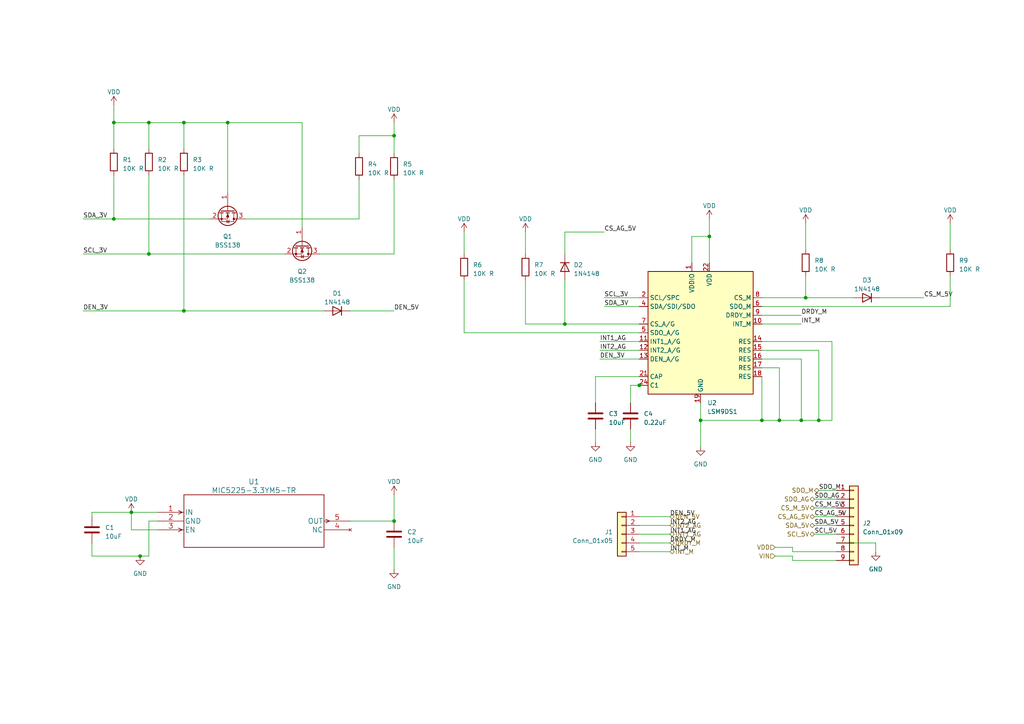
<source format=kicad_sch>
(kicad_sch (version 20230121) (generator eeschema)
  (paper "A4")
  (lib_symbols
    (symbol "Connector_Generic:Conn_01x05" (pin_names (offset 1.016) hide)
      (property "Reference" "J" (at 0 7.62 0))
      (property "Value" "Conn_01x05" (at 0 -7.62 0))
      (symbol "Conn_01x05_1_1"
        (rectangle (start -1.27 -4.953) (end 0 -5.207) (stroke (width 0.1524)))
        (rectangle (start -1.27 -2.413) (end 0 -2.667) (stroke (width 0.1524)))
        (rectangle (start -1.27 0.127) (end 0 -0.127) (stroke (width 0.1524)))
        (rectangle (start -1.27 2.667) (end 0 2.413) (stroke (width 0.1524)))
        (rectangle (start -1.27 5.207) (end 0 4.953) (stroke (width 0.1524)))
        (rectangle (start -1.27 6.35) (end 1.27 -6.35) (stroke (width 0.254)) (fill (type background)))
        (pin passive line (at -5.08 5.08 0) (length 3.81) (name "Pin_1") (number "1"))
        (pin passive line (at -5.08 2.54 0) (length 3.81) (name "Pin_2") (number "2"))
        (pin passive line (at -5.08 0 0) (length 3.81) (name "Pin_3") (number "3"))
        (pin passive line (at -5.08 -2.54 0) (length 3.81) (name "Pin_4") (number "4"))
        (pin passive line (at -5.08 -5.08 0) (length 3.81) (name "Pin_5") (number "5"))
      )
    )
    (symbol "Connector_Generic:Conn_01x09" (pin_names (offset 1.016) hide)
      (property "Reference" "J" (at 0 12.7 0))
      (property "Value" "Conn_01x09" (at 0 -12.7 0))
      (symbol "Conn_01x09_1_1"
        (rectangle (start -1.27 -10.033) (end 0 -10.287) (stroke (width 0.1524)))
        (rectangle (start -1.27 -7.493) (end 0 -7.747) (stroke (width 0.1524)))
        (rectangle (start -1.27 -4.953) (end 0 -5.207) (stroke (width 0.1524)))
        (rectangle (start -1.27 -2.413) (end 0 -2.667) (stroke (width 0.1524)))
        (rectangle (start -1.27 0.127) (end 0 -0.127) (stroke (width 0.1524)))
        (rectangle (start -1.27 2.667) (end 0 2.413) (stroke (width 0.1524)))
        (rectangle (start -1.27 5.207) (end 0 4.953) (stroke (width 0.1524)))
        (rectangle (start -1.27 7.747) (end 0 7.493) (stroke (width 0.1524)))
        (rectangle (start -1.27 10.287) (end 0 10.033) (stroke (width 0.1524)))
        (rectangle (start -1.27 11.43) (end 1.27 -11.43) (stroke (width 0.254)) (fill (type background)))
        (pin passive line (at -5.08 10.16 0) (length 3.81) (name "Pin_1") (number "1"))
        (pin passive line (at -5.08 7.62 0) (length 3.81) (name "Pin_2") (number "2"))
        (pin passive line (at -5.08 5.08 0) (length 3.81) (name "Pin_3") (number "3"))
        (pin passive line (at -5.08 2.54 0) (length 3.81) (name "Pin_4") (number "4"))
        (pin passive line (at -5.08 0 0) (length 3.81) (name "Pin_5") (number "5"))
        (pin passive line (at -5.08 -2.54 0) (length 3.81) (name "Pin_6") (number "6"))
        (pin passive line (at -5.08 -5.08 0) (length 3.81) (name "Pin_7") (number "7"))
        (pin passive line (at -5.08 -7.62 0) (length 3.81) (name "Pin_8") (number "8"))
        (pin passive line (at -5.08 -10.16 0) (length 3.81) (name "Pin_9") (number "9"))
      )
    )
    (symbol "Device:C" (pin_numbers hide) (pin_names (offset 0.254))
      (property "Reference" "C" (at 0.635 2.54 0))
      (property "Value" "C" (at 0.635 -2.54 0))
      (symbol "C_0_1"
        (polyline (pts (xy -2.032 -0.762) (xy 2.032 -0.762)) (stroke (width 0.508)))
        (polyline (pts (xy -2.032 0.762) (xy 2.032 0.762)) (stroke (width 0.508)))
      )
      (symbol "C_1_1"
        (pin passive line (at 0 3.81 270) (length 2.794) (name "~") (number "1"))
        (pin passive line (at 0 -3.81 90) (length 2.794) (name "~") (number "2"))
      )
    )
    (symbol "Device:R" (pin_numbers hide) (pin_names (offset 0))
      (property "Reference" "R" (at 2.032 0 90))
      (property "Value" "R" (at 0 0 90))
      (symbol "R_0_1"
        (rectangle (start -1.016 -2.54) (end 1.016 2.54) (stroke (width 0.254)))
      )
      (symbol "R_1_1"
        (pin passive line (at 0 3.81 270) (length 1.27) (name "~") (number "1"))
        (pin passive line (at 0 -3.81 90) (length 1.27) (name "~") (number "2"))
      )
    )
    (symbol "Diode:1N4148" (pin_numbers hide) (pin_names hide)
      (property "Reference" "D" (at 0 2.54 0))
      (property "Value" "1N4148" (at 0 -2.54 0))
      (symbol "1N4148_0_1"
        (polyline (pts (xy -1.27 1.27) (xy -1.27 -1.27)) (stroke (width 0.254)))
        (polyline (pts (xy 1.27 0) (xy -1.27 0)))
        (polyline (pts (xy 1.27 1.27) (xy 1.27 -1.27) (xy -1.27 0) (xy 1.27 1.27)) (stroke (width 0.254)))
      )
      (symbol "1N4148_1_1"
        (pin passive line (at -3.81 0 0) (length 2.54) (name "K") (number "1"))
        (pin passive line (at 3.81 0 180) (length 2.54) (name "A") (number "2"))
      )
    )
    (symbol "MIC5225-3.3V:MIC5225-3.3YM5-TR" (pin_names (offset 0.254))
      (property "Reference" "U" (at 27.94 10.16 0))
      (property "Value" "MIC5225-3.3YM5-TR" (at 27.94 7.62 0))
      (symbol "MIC5225-3.3YM5-TR_1_1"
        (polyline (pts (xy 7.112 -5.08) (xy 6.0452 -5.588)) (stroke (width 0.2032)))
        (polyline (pts (xy 7.112 -5.08) (xy 6.0452 -4.572)) (stroke (width 0.2032)))
        (polyline (pts (xy 7.112 0) (xy 6.0452 -0.508)) (stroke (width 0.2032)))
        (polyline (pts (xy 7.112 0) (xy 6.0452 0.508)) (stroke (width 0.2032)))
        (polyline (pts (xy 7.62 -10.16) (xy 48.26 -10.16)) (stroke (width 0.2032)))
        (polyline (pts (xy 7.62 5.08) (xy 7.62 -10.16)) (stroke (width 0.2032)))
        (polyline (pts (xy 48.26 -10.16) (xy 48.26 5.08)) (stroke (width 0.2032)))
        (polyline (pts (xy 48.26 5.08) (xy 7.62 5.08)) (stroke (width 0.2032)))
        (polyline (pts (xy 48.768 -3.048) (xy 49.8348 -2.54)) (stroke (width 0.2032)))
        (polyline (pts (xy 48.768 -2.032) (xy 49.8348 -2.54)) (stroke (width 0.2032)))
        (pin input line (at 0 0 0) (length 7.62) (name "IN") (number "1"))
        (pin power_in line (at 0 -2.54 0) (length 7.62) (name "GND") (number "2"))
        (pin input line (at 0 -5.08 0) (length 7.62) (name "EN") (number "3"))
        (pin no_connect line (at 55.88 -5.08 180) (length 7.62) (name "NC") (number "4"))
        (pin output line (at 55.88 -2.54 180) (length 7.62) (name "OUT") (number "5"))
      )
    )
    (symbol "Sensor_Motion:LSM9DS1"
      (property "Reference" "U" (at -15.24 21.59 0))
      (property "Value" "LSM9DS1" (at -15.24 19.05 0))
      (symbol "LSM9DS1_0_1"
        (rectangle (start -15.24 17.78) (end 15.24 -17.78) (stroke (width 0.254)) (fill (type background)))
      )
      (symbol "LSM9DS1_1_1"
        (pin power_in line (at -2.54 20.32 270) (length 2.54) (name "VDDIO") (number "1"))
        (pin output line (at 17.78 2.54 180) (length 2.54) (name "INT_M") (number "10"))
        (pin output line (at -17.78 -2.54 0) (length 2.54) (name "INT1_A/G") (number "11"))
        (pin output line (at -17.78 -5.08 0) (length 2.54) (name "INT2_A/G") (number "12"))
        (pin input line (at -17.78 -7.62 0) (length 2.54) (name "DEN_A/G") (number "13"))
        (pin bidirectional line (at 17.78 -2.54 180) (length 2.54) (name "RES") (number "14"))
        (pin bidirectional line (at 17.78 -5.08 180) (length 2.54) (name "RES") (number "15"))
        (pin bidirectional line (at 17.78 -7.62 180) (length 2.54) (name "RES") (number "16"))
        (pin bidirectional line (at 17.78 -10.16 180) (length 2.54) (name "RES") (number "17"))
        (pin bidirectional line (at 17.78 -12.7 180) (length 2.54) (name "RES") (number "18"))
        (pin power_in line (at 0 -20.32 90) (length 2.54) (name "GND") (number "19"))
        (pin input line (at -17.78 10.16 0) (length 2.54) (name "SCL/SPC") (number "2"))
        (pin passive line (at 0 -20.32 90) (length 2.54) hide (name "GND") (number "20"))
        (pin passive line (at -17.78 -12.7 0) (length 2.54) (name "CAP") (number "21"))
        (pin power_in line (at 2.54 20.32 270) (length 2.54) (name "VDD") (number "22"))
        (pin passive line (at 2.54 20.32 270) (length 2.54) hide (name "VDD") (number "23"))
        (pin passive line (at -17.78 -15.24 0) (length 2.54) (name "C1") (number "24"))
        (pin passive line (at -2.54 20.32 270) (length 2.54) hide (name "VDDIO") (number "3"))
        (pin bidirectional line (at -17.78 7.62 0) (length 2.54) (name "SDA/SDI/SDO") (number "4"))
        (pin output line (at -17.78 0 0) (length 2.54) (name "SDO_A/G") (number "5"))
        (pin output line (at 17.78 7.62 180) (length 2.54) (name "SDO_M") (number "6"))
        (pin input line (at -17.78 2.54 0) (length 2.54) (name "CS_A/G") (number "7"))
        (pin input line (at 17.78 10.16 180) (length 2.54) (name "CS_M") (number "8"))
        (pin output line (at 17.78 5.08 180) (length 2.54) (name "DRDY_M") (number "9"))
      )
    )
    (symbol "Transistor_FET:BSS138" (pin_names hide)
      (property "Reference" "Q" (at 5.08 1.905 0))
      (property "Value" "BSS138" (at 5.08 0 0))
      (symbol "BSS138_0_1"
        (polyline (pts (xy 0.254 0) (xy -2.54 0)))
        (polyline (pts (xy 0.254 1.905) (xy 0.254 -1.905)) (stroke (width 0.254)))
        (polyline (pts (xy 0.762 -1.27) (xy 0.762 -2.286)) (stroke (width 0.254)))
        (polyline (pts (xy 0.762 0.508) (xy 0.762 -0.508)) (stroke (width 0.254)))
        (polyline (pts (xy 0.762 2.286) (xy 0.762 1.27)) (stroke (width 0.254)))
        (polyline (pts (xy 2.54 2.54) (xy 2.54 1.778)))
        (polyline (pts (xy 2.54 -2.54) (xy 2.54 0) (xy 0.762 0)))
        (polyline (pts (xy 0.762 -1.778) (xy 3.302 -1.778) (xy 3.302 1.778) (xy 0.762 1.778)))
        (polyline (pts (xy 1.016 0) (xy 2.032 0.381) (xy 2.032 -0.381) (xy 1.016 0)) (fill (type outline)))
        (polyline (pts (xy 2.794 0.508) (xy 2.921 0.381) (xy 3.683 0.381) (xy 3.81 0.254)))
        (polyline (pts (xy 3.302 0.381) (xy 2.921 -0.254) (xy 3.683 -0.254) (xy 3.302 0.381)))
        (circle (center 1.651 0) (radius 2.794) (stroke (width 0.254)))
        (circle (center 2.54 -1.778) (radius 0.254) (fill (type outline)))
        (circle (center 2.54 1.778) (radius 0.254) (fill (type outline)))
      )
      (symbol "BSS138_1_1"
        (pin input line (at -5.08 0 0) (length 2.54) (name "G") (number "1"))
        (pin passive line (at 2.54 -5.08 90) (length 2.54) (name "S") (number "2"))
        (pin passive line (at 2.54 5.08 270) (length 2.54) (name "D") (number "3"))
      )
    )
    (symbol "power:GND" (power) (pin_names (offset 0))
      (property "Value" "GND" (at 0 -3.81 0))
      (symbol "GND_0_1"
        (polyline (pts (xy 0 0) (xy 0 -1.27) (xy 1.27 -1.27) (xy 0 -2.54) (xy -1.27 -1.27) (xy 0 -1.27)))
      )
      (symbol "GND_1_1"
        (pin power_in line (at 0 0 270) (length 0) hide (name "GND") (number "1"))
      )
    )
    (symbol "power:VDD" (power) (pin_names (offset 0))
      (property "Value" "VDD" (at 0 3.81 0))
      (symbol "VDD_0_1"
        (polyline (pts (xy -0.762 1.27) (xy 0 2.54)))
        (polyline (pts (xy 0 0) (xy 0 2.54)))
        (polyline (pts (xy 0 2.54) (xy 0.762 1.27)))
      )
      (symbol "VDD_1_1"
        (pin power_in line (at 0 0 90) (length 0) hide (name "VDD") (number "1"))
      )
    )
  )
  (junction (at 203.2 121.92))
  (junction (at 53.34 35.56))
  (junction (at 232.41 121.92))
  (junction (at 163.83 93.98))
  (junction (at 220.98 121.92))
  (junction (at 233.68 86.36))
  (junction (at 205.74 68.58))
  (junction (at 53.34 90.17))
  (junction (at 38.1 148.59))
  (junction (at 66.04 35.56))
  (junction (at 43.18 35.56))
  (junction (at 237.49 121.92))
  (junction (at 226.06 121.92))
  (junction (at 33.02 63.5))
  (junction (at 114.3 39.37))
  (junction (at 185.42 111.76))
  (junction (at 43.18 73.66))
  (junction (at 114.3 151.13))
  (junction (at 40.64 161.29))
  (junction (at 33.02 35.56))
  (wire (pts (xy 26.67 148.59) (xy 38.1 148.59)))
  (wire (pts (xy 236.22 147.32) (xy 242.57 147.32)))
  (wire (pts (xy 53.34 90.17) (xy 24.13 90.17)))
  (wire (pts (xy 233.68 86.36) (xy 233.68 80.01)))
  (wire (pts (xy 185.42 152.4) (xy 194.31 152.4)))
  (wire (pts (xy 163.83 93.98) (xy 152.4 93.98)))
  (wire (pts (xy 220.98 109.22) (xy 220.98 121.92)))
  (wire (pts (xy 237.49 142.24) (xy 242.57 142.24)))
  (wire (pts (xy 220.98 86.36) (xy 233.68 86.36)))
  (wire (pts (xy 185.42 160.02) (xy 194.31 160.02)))
  (wire (pts (xy 186.69 111.76) (xy 185.42 111.76)))
  (wire (pts (xy 53.34 35.56) (xy 66.04 35.56)))
  (wire (pts (xy 185.42 154.94) (xy 194.31 154.94)))
  (wire (pts (xy 182.88 111.76) (xy 182.88 116.84)))
  (wire (pts (xy 173.99 101.6) (xy 185.42 101.6)))
  (wire (pts (xy 233.68 64.77) (xy 233.68 72.39)))
  (wire (pts (xy 114.3 73.66) (xy 114.3 52.07)))
  (wire (pts (xy 185.42 111.76) (xy 182.88 111.76)))
  (wire (pts (xy 229.87 160.02) (xy 242.57 160.02)))
  (wire (pts (xy 229.87 162.56) (xy 242.57 162.56)))
  (wire (pts (xy 232.41 104.14) (xy 232.41 121.92)))
  (wire (pts (xy 40.64 161.29) (xy 26.67 161.29)))
  (wire (pts (xy 185.42 149.86) (xy 194.31 149.86)))
  (wire (pts (xy 220.98 99.06) (xy 241.3 99.06)))
  (wire (pts (xy 220.98 88.9) (xy 275.59 88.9)))
  (wire (pts (xy 33.02 50.8) (xy 33.02 63.5)))
  (wire (pts (xy 275.59 64.77) (xy 275.59 72.39)))
  (wire (pts (xy 224.79 161.29) (xy 229.87 161.29)))
  (wire (pts (xy 33.02 63.5) (xy 60.96 63.5)))
  (wire (pts (xy 43.18 35.56) (xy 53.34 35.56)))
  (wire (pts (xy 26.67 148.59) (xy 26.67 149.86)))
  (wire (pts (xy 242.57 157.48) (xy 254 157.48)))
  (wire (pts (xy 241.3 121.92) (xy 237.49 121.92)))
  (wire (pts (xy 114.3 158.75) (xy 114.3 165.1)))
  (wire (pts (xy 104.14 44.45) (xy 104.14 39.37)))
  (wire (pts (xy 185.42 96.52) (xy 134.62 96.52)))
  (wire (pts (xy 236.22 154.94) (xy 242.57 154.94)))
  (wire (pts (xy 200.66 68.58) (xy 205.74 68.58)))
  (wire (pts (xy 226.06 106.68) (xy 226.06 121.92)))
  (wire (pts (xy 220.98 93.98) (xy 232.41 93.98)))
  (wire (pts (xy 66.04 35.56) (xy 87.63 35.56)))
  (wire (pts (xy 163.83 67.31) (xy 175.26 67.31)))
  (wire (pts (xy 53.34 35.56) (xy 53.34 43.18)))
  (wire (pts (xy 172.72 109.22) (xy 172.72 116.84)))
  (wire (pts (xy 24.13 73.66) (xy 43.18 73.66)))
  (wire (pts (xy 152.4 67.31) (xy 152.4 73.66)))
  (wire (pts (xy 33.02 30.48) (xy 33.02 35.56)))
  (wire (pts (xy 43.18 161.29) (xy 40.64 161.29)))
  (wire (pts (xy 24.13 63.5) (xy 33.02 63.5)))
  (wire (pts (xy 104.14 63.5) (xy 104.14 52.07)))
  (wire (pts (xy 229.87 160.02) (xy 229.87 158.75)))
  (wire (pts (xy 43.18 35.56) (xy 43.18 43.18)))
  (wire (pts (xy 53.34 50.8) (xy 53.34 90.17)))
  (wire (pts (xy 33.02 35.56) (xy 43.18 35.56)))
  (wire (pts (xy 237.49 101.6) (xy 237.49 121.92)))
  (wire (pts (xy 33.02 43.18) (xy 33.02 35.56)))
  (wire (pts (xy 173.99 104.14) (xy 185.42 104.14)))
  (wire (pts (xy 43.18 50.8) (xy 43.18 73.66)))
  (wire (pts (xy 229.87 161.29) (xy 229.87 162.56)))
  (wire (pts (xy 185.42 157.48) (xy 194.31 157.48)))
  (wire (pts (xy 205.74 63.5) (xy 205.74 68.58)))
  (wire (pts (xy 71.12 63.5) (xy 104.14 63.5)))
  (wire (pts (xy 203.2 116.84) (xy 203.2 121.92)))
  (wire (pts (xy 203.2 121.92) (xy 203.2 129.54)))
  (wire (pts (xy 38.1 153.67) (xy 38.1 148.59)))
  (wire (pts (xy 45.72 151.13) (xy 43.18 151.13)))
  (wire (pts (xy 233.68 86.36) (xy 247.65 86.36)))
  (wire (pts (xy 236.22 152.4) (xy 242.57 152.4)))
  (wire (pts (xy 104.14 39.37) (xy 114.3 39.37)))
  (wire (pts (xy 163.83 93.98) (xy 163.83 81.28)))
  (wire (pts (xy 229.87 158.75) (xy 224.79 158.75)))
  (wire (pts (xy 254 157.48) (xy 254 160.02)))
  (wire (pts (xy 163.83 73.66) (xy 163.83 67.31)))
  (wire (pts (xy 38.1 148.59) (xy 45.72 148.59)))
  (wire (pts (xy 185.42 109.22) (xy 172.72 109.22)))
  (wire (pts (xy 134.62 96.52) (xy 134.62 81.28)))
  (wire (pts (xy 152.4 93.98) (xy 152.4 81.28)))
  (wire (pts (xy 92.71 73.66) (xy 114.3 73.66)))
  (wire (pts (xy 173.99 99.06) (xy 185.42 99.06)))
  (wire (pts (xy 114.3 39.37) (xy 114.3 44.45)))
  (wire (pts (xy 66.04 35.56) (xy 66.04 55.88)))
  (wire (pts (xy 220.98 104.14) (xy 232.41 104.14)))
  (wire (pts (xy 26.67 157.48) (xy 26.67 161.29)))
  (wire (pts (xy 101.6 90.17) (xy 114.3 90.17)))
  (wire (pts (xy 114.3 143.51) (xy 114.3 151.13)))
  (wire (pts (xy 43.18 73.66) (xy 82.55 73.66)))
  (wire (pts (xy 175.26 86.36) (xy 185.42 86.36)))
  (wire (pts (xy 255.27 86.36) (xy 267.97 86.36)))
  (wire (pts (xy 275.59 88.9) (xy 275.59 80.01)))
  (wire (pts (xy 43.18 151.13) (xy 43.18 161.29)))
  (wire (pts (xy 101.6 151.13) (xy 114.3 151.13)))
  (wire (pts (xy 236.22 149.86) (xy 242.57 149.86)))
  (wire (pts (xy 241.3 99.06) (xy 241.3 121.92)))
  (wire (pts (xy 45.72 153.67) (xy 38.1 153.67)))
  (wire (pts (xy 226.06 121.92) (xy 232.41 121.92)))
  (wire (pts (xy 53.34 90.17) (xy 93.98 90.17)))
  (wire (pts (xy 220.98 101.6) (xy 237.49 101.6)))
  (wire (pts (xy 185.42 93.98) (xy 163.83 93.98)))
  (wire (pts (xy 205.74 68.58) (xy 205.74 76.2)))
  (wire (pts (xy 226.06 121.92) (xy 220.98 121.92)))
  (wire (pts (xy 134.62 67.31) (xy 134.62 73.66)))
  (wire (pts (xy 182.88 124.46) (xy 182.88 128.27)))
  (wire (pts (xy 172.72 124.46) (xy 172.72 128.27)))
  (wire (pts (xy 200.66 76.2) (xy 200.66 68.58)))
  (wire (pts (xy 237.49 121.92) (xy 232.41 121.92)))
  (wire (pts (xy 220.98 121.92) (xy 203.2 121.92)))
  (wire (pts (xy 236.22 144.78) (xy 242.57 144.78)))
  (wire (pts (xy 220.98 106.68) (xy 226.06 106.68)))
  (wire (pts (xy 114.3 35.56) (xy 114.3 39.37)))
  (wire (pts (xy 87.63 35.56) (xy 87.63 66.04)))
  (wire (pts (xy 220.98 91.44) (xy 232.41 91.44)))
  (wire (pts (xy 175.26 88.9) (xy 185.42 88.9)))
  (label "SDA_5V" (at 236.22 152.4 0))
  (label "CS_M_5V" (at 236.22 147.32 0))
  (label "INT2_AG" (at 194.31 152.4 0))
  (label "INT_M" (at 232.41 93.98 0))
  (label "INT1_AG" (at 173.99 99.06 0))
  (label "SDO_AG" (at 236.22 144.78 0))
  (label "CS_AG_5V" (at 175.26 67.31 0))
  (label "SDA_3V" (at 24.13 63.5 0))
  (label "DEN_5V" (at 194.31 149.86 0))
  (label "CS_AG_5V" (at 236.22 149.86 0))
  (label "INT2_AG" (at 173.99 101.6 0))
  (label "DRDY_M" (at 194.31 157.48 0))
  (label "INT_M" (at 194.31 160.02 0))
  (label "DEN_3V" (at 173.99 104.14 0))
  (label "SDA_3V" (at 175.26 88.9 0))
  (label "SDO_M" (at 237.49 142.24 0))
  (label "CS_M_5V" (at 267.97 86.36 0))
  (label "SCL_3V" (at 175.26 86.36 0))
  (label "DEN_3V" (at 24.13 90.17 0))
  (label "SCI_5V" (at 236.22 154.94 0))
  (label "INT1_AG" (at 194.31 154.94 0))
  (label "DRDY_M" (at 232.41 91.44 0))
  (label "DEN_5V" (at 114.3 90.17 0))
  (label "SCL_3V" (at 24.13 73.66 0))
  (hierarchical_label "INT2_AG" (shape bidirectional) (at 194.31 152.4 0))
  (hierarchical_label "SDO_M" (shape bidirectional) (at 237.49 142.24 180))
  (hierarchical_label "INT1_AG" (shape bidirectional) (at 194.31 154.94 0))
  (hierarchical_label "INT_M" (shape bidirectional) (at 194.31 160.02 0))
  (hierarchical_label "SCI_5V" (shape bidirectional) (at 236.22 154.94 180))
  (hierarchical_label "VDD" (shape input) (at 224.79 158.75 180))
  (hierarchical_label "VIN" (shape input) (at 224.79 161.29 180))
  (hierarchical_label "DRDY_M" (shape bidirectional) (at 194.31 157.48 0))
  (hierarchical_label "CS_AG_5V" (shape bidirectional) (at 236.22 149.86 180))
  (hierarchical_label "SDA_5V" (shape bidirectional) (at 236.22 152.4 180))
  (hierarchical_label "SDO_AG" (shape bidirectional) (at 236.22 144.78 180))
  (hierarchical_label "DEN_5V" (shape bidirectional) (at 194.31 149.86 0))
  (hierarchical_label "CS_M_5V" (shape bidirectional) (at 236.22 147.32 180))
  (symbol (lib_id "power:VDD") (at 275.59 64.77 0) (unit 1)
    (property "Reference" "#PWR017" (effects hide))
    (property "Value" "VDD" (at 275.59 60.96 0))
  )
  (symbol (lib_id "Device:R") (at 275.59 76.2 0) (unit 1)
    (property "Reference" "R9" (at 278.13 75.565 0) (effects (justify left)))
    (property "Value" "10K R" (at 278.13 78.105 0) (effects (justify left)))
    (property "Footprint" "Resistor_SMD:R_0805_2012Metric" (effects hide))
  )
  (symbol (lib_id "Transistor_FET:BSS138") (at 87.63 71.12 270) (unit 1)
    (property "Reference" "Q2" (at 87.63 78.74 90))
    (property "Value" "BSS138" (at 87.63 81.28 90))
    (property "Footprint" "Package_TO_SOT_SMD:SOT-23" (effects hide))
    (property "Datasheet" "https://www.onsemi.com/pub/Collateral/BSS138-D.PDF" (effects hide))
  )
  (symbol (lib_id "Device:R") (at 233.68 76.2 0) (unit 1)
    (property "Reference" "R8" (at 236.22 75.565 0) (effects (justify left)))
    (property "Value" "10K R" (at 236.22 78.105 0) (effects (justify left)))
    (property "Footprint" "Resistor_SMD:R_0805_2012Metric" (effects hide))
  )
  (symbol (lib_id "Device:C") (at 182.88 120.65 0) (unit 1)
    (property "Reference" "C4" (at 186.69 120.015 0) (effects (justify left)))
    (property "Value" "0.22uF" (at 186.69 122.555 0) (effects (justify left)))
    (property "Footprint" "Capacitor_SMD:C_0805_2012Metric" (effects hide))
  )
  (symbol (lib_id "power:GND") (at 40.64 161.29 0) (unit 1)
    (property "Reference" "#PWR03" (effects hide))
    (property "Value" "GND" (at 40.64 166.37 0))
  )
  (symbol (lib_id "power:VDD") (at 38.1 148.59 0) (unit 1)
    (property "Reference" "#PWR02" (effects hide))
    (property "Value" "VIN" (at 38.1 144.78 0))
  )
  (symbol (lib_id "Sensor_Motion:LSM9DS1") (at 203.2 96.52 0) (unit 1)
    (property "Reference" "U2" (at 205.1559 116.84 0) (effects (justify left)))
    (property "Value" "LSM9DS1" (at 205.1559 119.38 0) (effects (justify left)))
    (property "Footprint" "Package_LGA:LGA-24L_3x3.5mm_P0.43mm" (effects hide))
    (property "Datasheet" "https://www.digikey.com/htmldatasheets/production/1639232/0/0/1/LSM9DS1-Datasheet.pdf" (effects hide))
  )
  (symbol (lib_id "power:VDD") (at 205.74 63.5 0) (unit 1)
    (property "Reference" "#PWR012" (effects hide))
    (property "Value" "VDD" (at 205.74 59.69 0))
  )
  (symbol (lib_id "power:VDD") (at 114.3 143.51 0) (unit 1)
    (property "Reference" "#PWR05" (effects hide))
    (property "Value" "VDD" (at 114.3 139.7 0))
  )
  (symbol (lib_id "MIC5225-3.3V:MIC5225-3.3YM5-TR") (at 45.72 148.59 0) (unit 1)
    (property "Reference" "U1" (at 73.66 139.7 0) (effects (font (size 1.524 1.524))))
    (property "Value" "MIC5225-3.3YM5-TR" (at 73.66 142.24 0) (effects (font (size 1.524 1.524))))
    (property "Footprint" "MIC5225-3.3YM5-TR:SOT95P280X145-5N" (effects hide))
  )
  (symbol (lib_id "Device:C") (at 26.67 153.67 0) (unit 1)
    (property "Reference" "C1" (at 30.48 153.035 0) (effects (justify left)))
    (property "Value" "10uF" (at 30.48 155.575 0) (effects (justify left)))
    (property "Footprint" "Capacitor_SMD:C_0805_2012Metric" (effects hide))
  )
  (symbol (lib_id "Device:R") (at 134.62 77.47 0) (unit 1)
    (property "Reference" "R6" (at 137.16 76.835 0) (effects (justify left)))
    (property "Value" "10K R" (at 137.16 79.375 0) (effects (justify left)))
    (property "Footprint" "Resistor_SMD:R_0805_2012Metric" (effects hide))
  )
  (symbol (lib_id "power:GND") (at 172.72 128.27 0) (unit 1)
    (property "Reference" "#PWR09" (effects hide))
    (property "Value" "GND" (at 172.72 133.35 0))
  )
  (symbol (lib_id "Transistor_FET:BSS138") (at 66.04 60.96 270) (unit 1)
    (property "Reference" "Q1" (at 66.04 68.58 90))
    (property "Value" "BSS138" (at 66.04 71.12 90))
    (property "Footprint" "Package_TO_SOT_SMD:SOT-23" (effects hide))
    (property "Datasheet" "https://www.onsemi.com/pub/Collateral/BSS138-D.PDF" (effects hide))
  )
  (symbol (lib_id "power:VDD") (at 134.62 67.31 0) (unit 1)
    (property "Reference" "#PWR07" (effects hide))
    (property "Value" "VDD" (at 134.62 63.5 0))
  )
  (symbol (lib_id "Diode:1N4148") (at 251.46 86.36 180) (unit 1)
    (property "Reference" "D3" (at 251.46 81.28 0))
    (property "Value" "1N4148" (at 251.46 83.82 0))
    (property "Footprint" "Diode_THT:D_DO-35_SOD27_P7.62mm_Horizontal" (effects hide))
    (property "Datasheet" "https://assets.nexperia.com/documents/data-sheet/1N4148_1N4448.pdf" (effects hide))
    (property "Sim.Device" "D" (effects hide))
    (property "Sim.Pins" "1=K 2=A" (effects hide))
  )
  (symbol (lib_id "power:GND") (at 182.88 128.27 0) (unit 1)
    (property "Reference" "#PWR010" (effects hide))
    (property "Value" "GND" (at 182.88 133.35 0))
  )
  (symbol (lib_id "power:VDD") (at 33.02 30.48 0) (unit 1)
    (property "Reference" "#PWR01" (effects hide))
    (property "Value" "VDD" (at 33.02 26.67 0))
  )
  (symbol (lib_id "Diode:1N4148") (at 163.83 77.47 270) (unit 1)
    (property "Reference" "D2" (at 166.37 76.835 90) (effects (justify left)))
    (property "Value" "1N4148" (at 166.37 79.375 90) (effects (justify left)))
    (property "Footprint" "Diode_THT:D_DO-35_SOD27_P7.62mm_Horizontal" (effects hide))
    (property "Datasheet" "https://assets.nexperia.com/documents/data-sheet/1N4148_1N4448.pdf" (effects hide))
    (property "Sim.Device" "D" (effects hide))
    (property "Sim.Pins" "1=K 2=A" (effects hide))
  )
  (symbol (lib_id "power:GND") (at 203.2 129.54 0) (unit 1)
    (property "Reference" "#PWR011" (effects hide))
    (property "Value" "GND" (at 203.2 134.62 0))
  )
  (symbol (lib_id "Device:R") (at 43.18 46.99 0) (unit 1)
    (property "Reference" "R2" (at 45.72 46.355 0) (effects (justify left)))
    (property "Value" "10K R" (at 45.72 48.895 0) (effects (justify left)))
    (property "Footprint" "Resistor_SMD:R_0805_2012Metric" (effects hide))
  )
  (symbol (lib_id "Connector_Generic:Conn_01x09") (at 247.65 152.4 0) (unit 1)
    (property "Reference" "J2" (at 250.19 151.765 0) (effects (justify left)))
    (property "Value" "Conn_01x09" (at 250.19 154.305 0) (effects (justify left)))
    (property "Footprint" "Connector_PinHeader_2.54mm:PinHeader_1x09_P2.54mm_Vertical" (effects hide))
  )
  (symbol (lib_id "power:GND") (at 114.3 165.1 0) (unit 1)
    (property "Reference" "#PWR06" (effects hide))
    (property "Value" "GND" (at 114.3 170.18 0))
  )
  (symbol (lib_id "Diode:1N4148") (at 97.79 90.17 180) (unit 1)
    (property "Reference" "D1" (at 97.79 85.09 0))
    (property "Value" "1N4148" (at 97.79 87.63 0))
    (property "Footprint" "Diode_THT:D_DO-35_SOD27_P7.62mm_Horizontal" (effects hide))
    (property "Datasheet" "https://assets.nexperia.com/documents/data-sheet/1N4148_1N4448.pdf" (effects hide))
    (property "Sim.Device" "D" (effects hide))
    (property "Sim.Pins" "1=K 2=A" (effects hide))
  )
  (symbol (lib_id "Device:R") (at 104.14 48.26 0) (unit 1)
    (property "Reference" "R4" (at 106.68 47.625 0) (effects (justify left)))
    (property "Value" "10K R" (at 106.68 50.165 0) (effects (justify left)))
    (property "Footprint" "Resistor_SMD:R_0805_2012Metric" (effects hide))
  )
  (symbol (lib_id "power:VDD") (at 152.4 67.31 0) (unit 1)
    (property "Reference" "#PWR08" (effects hide))
    (property "Value" "VDD" (at 152.4 63.5 0))
  )
  (symbol (lib_id "Device:R") (at 33.02 46.99 0) (unit 1)
    (property "Reference" "R1" (at 35.56 46.355 0) (effects (justify left)))
    (property "Value" "10K R" (at 35.56 48.895 0) (effects (justify left)))
    (property "Footprint" "Resistor_SMD:R_0805_2012Metric" (effects hide))
  )
  (symbol (lib_id "Device:C") (at 114.3 154.94 0) (unit 1)
    (property "Reference" "C2" (at 118.11 154.305 0) (effects (justify left)))
    (property "Value" "10uF" (at 118.11 156.845 0) (effects (justify left)))
    (property "Footprint" "Capacitor_SMD:C_0805_2012Metric" (effects hide))
  )
  (symbol (lib_id "power:VDD") (at 233.68 64.77 0) (unit 1)
    (property "Reference" "#PWR013" (effects hide))
    (property "Value" "VDD" (at 233.68 60.96 0))
  )
  (symbol (lib_id "Device:C") (at 172.72 120.65 0) (unit 1)
    (property "Reference" "C3" (at 176.53 120.015 0) (effects (justify left)))
    (property "Value" "10uF" (at 176.53 122.555 0) (effects (justify left)))
    (property "Footprint" "Capacitor_SMD:C_0805_2012Metric" (effects hide))
  )
  (symbol (lib_id "power:VDD") (at 114.3 35.56 0) (unit 1)
    (property "Reference" "#PWR04" (effects hide))
    (property "Value" "VIN" (at 114.3 31.75 0))
  )
  (symbol (lib_id "Device:R") (at 53.34 46.99 0) (unit 1)
    (property "Reference" "R3" (at 55.88 46.355 0) (effects (justify left)))
    (property "Value" "10K R" (at 55.88 48.895 0) (effects (justify left)))
    (property "Footprint" "Resistor_SMD:R_0805_2012Metric" (effects hide))
  )
  (symbol (lib_id "Device:R") (at 114.3 48.26 0) (unit 1)
    (property "Reference" "R5" (at 116.84 47.625 0) (effects (justify left)))
    (property "Value" "10K R" (at 116.84 50.165 0) (effects (justify left)))
    (property "Footprint" "Resistor_SMD:R_0805_2012Metric" (effects hide))
  )
  (symbol (lib_id "Device:R") (at 152.4 77.47 0) (unit 1)
    (property "Reference" "R7" (at 154.94 76.835 0) (effects (justify left)))
    (property "Value" "10K R" (at 154.94 79.375 0) (effects (justify left)))
    (property "Footprint" "Resistor_SMD:R_0805_2012Metric" (effects hide))
  )
  (symbol (lib_id "power:GND") (at 254 160.02 0) (unit 1)
    (property "Reference" "#PWR016" (effects hide))
    (property "Value" "GND" (at 254 165.1 0))
  )
  (symbol (lib_id "Connector_Generic:Conn_01x05") (at 180.34 154.94 0) (mirror y) (unit 1)
    (property "Reference" "J1" (at 177.8 154.305 0) (effects (justify left)))
    (property "Value" "Conn_01x05" (at 177.8 156.845 0) (effects (justify left)))
    (property "Footprint" "Connector_PinHeader_2.54mm:PinHeader_1x05_P2.54mm_Vertical" (effects hide))
  )
)
</source>
